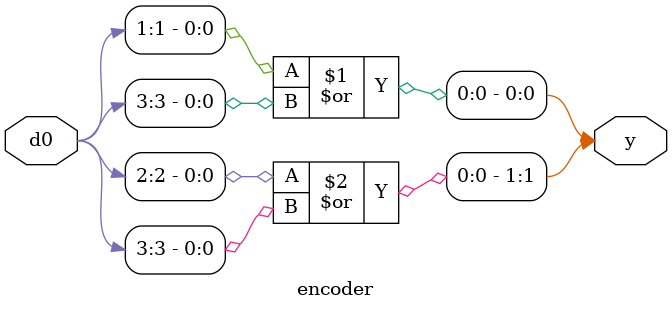
<source format=v>
module encoder (input [3:0]d0,output [1:0]y);
assign y[0]=d0[1]|d0[3];
assign y[1]=d0[2]|d0[3];
endmodule



</source>
